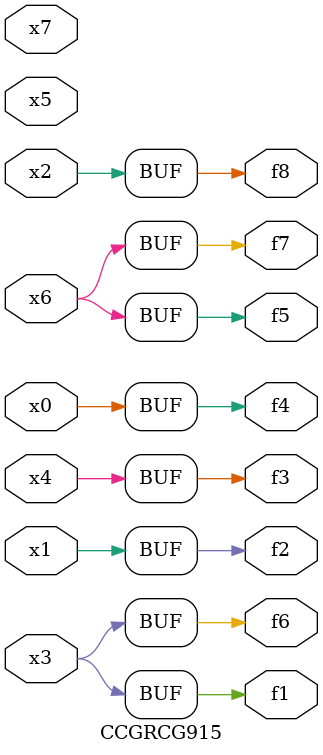
<source format=v>
module CCGRCG915(
	input x0, x1, x2, x3, x4, x5, x6, x7,
	output f1, f2, f3, f4, f5, f6, f7, f8
);
	assign f1 = x3;
	assign f2 = x1;
	assign f3 = x4;
	assign f4 = x0;
	assign f5 = x6;
	assign f6 = x3;
	assign f7 = x6;
	assign f8 = x2;
endmodule

</source>
